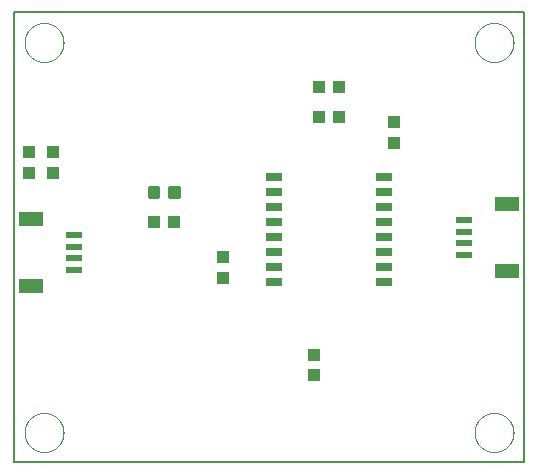
<source format=gtp>
G75*
%MOIN*%
%OFA0B0*%
%FSLAX25Y25*%
%IPPOS*%
%LPD*%
%AMOC8*
5,1,8,0,0,1.08239X$1,22.5*
%
%ADD10C,0.00800*%
%ADD11C,0.00000*%
%ADD12R,0.07874X0.04724*%
%ADD13R,0.05315X0.02362*%
%ADD14R,0.03937X0.04331*%
%ADD15R,0.05500X0.02550*%
%ADD16R,0.04331X0.03937*%
%ADD17C,0.01181*%
D10*
X0017370Y0015949D02*
X0017370Y0165949D01*
X0187370Y0165949D01*
X0187370Y0015949D01*
X0017370Y0015949D01*
D11*
X0020870Y0025949D02*
X0020872Y0026110D01*
X0020878Y0026270D01*
X0020888Y0026431D01*
X0020902Y0026591D01*
X0020920Y0026751D01*
X0020941Y0026910D01*
X0020967Y0027069D01*
X0020997Y0027227D01*
X0021030Y0027384D01*
X0021068Y0027541D01*
X0021109Y0027696D01*
X0021154Y0027850D01*
X0021203Y0028003D01*
X0021256Y0028155D01*
X0021312Y0028306D01*
X0021373Y0028455D01*
X0021436Y0028603D01*
X0021504Y0028749D01*
X0021575Y0028893D01*
X0021649Y0029035D01*
X0021727Y0029176D01*
X0021809Y0029314D01*
X0021894Y0029451D01*
X0021982Y0029585D01*
X0022074Y0029717D01*
X0022169Y0029847D01*
X0022267Y0029975D01*
X0022368Y0030100D01*
X0022472Y0030222D01*
X0022579Y0030342D01*
X0022689Y0030459D01*
X0022802Y0030574D01*
X0022918Y0030685D01*
X0023037Y0030794D01*
X0023158Y0030899D01*
X0023282Y0031002D01*
X0023408Y0031102D01*
X0023536Y0031198D01*
X0023667Y0031291D01*
X0023801Y0031381D01*
X0023936Y0031468D01*
X0024074Y0031551D01*
X0024213Y0031631D01*
X0024355Y0031707D01*
X0024498Y0031780D01*
X0024643Y0031849D01*
X0024790Y0031915D01*
X0024938Y0031977D01*
X0025088Y0032035D01*
X0025239Y0032090D01*
X0025392Y0032141D01*
X0025546Y0032188D01*
X0025701Y0032231D01*
X0025857Y0032270D01*
X0026013Y0032306D01*
X0026171Y0032337D01*
X0026329Y0032365D01*
X0026488Y0032389D01*
X0026648Y0032409D01*
X0026808Y0032425D01*
X0026968Y0032437D01*
X0027129Y0032445D01*
X0027290Y0032449D01*
X0027450Y0032449D01*
X0027611Y0032445D01*
X0027772Y0032437D01*
X0027932Y0032425D01*
X0028092Y0032409D01*
X0028252Y0032389D01*
X0028411Y0032365D01*
X0028569Y0032337D01*
X0028727Y0032306D01*
X0028883Y0032270D01*
X0029039Y0032231D01*
X0029194Y0032188D01*
X0029348Y0032141D01*
X0029501Y0032090D01*
X0029652Y0032035D01*
X0029802Y0031977D01*
X0029950Y0031915D01*
X0030097Y0031849D01*
X0030242Y0031780D01*
X0030385Y0031707D01*
X0030527Y0031631D01*
X0030666Y0031551D01*
X0030804Y0031468D01*
X0030939Y0031381D01*
X0031073Y0031291D01*
X0031204Y0031198D01*
X0031332Y0031102D01*
X0031458Y0031002D01*
X0031582Y0030899D01*
X0031703Y0030794D01*
X0031822Y0030685D01*
X0031938Y0030574D01*
X0032051Y0030459D01*
X0032161Y0030342D01*
X0032268Y0030222D01*
X0032372Y0030100D01*
X0032473Y0029975D01*
X0032571Y0029847D01*
X0032666Y0029717D01*
X0032758Y0029585D01*
X0032846Y0029451D01*
X0032931Y0029314D01*
X0033013Y0029176D01*
X0033091Y0029035D01*
X0033165Y0028893D01*
X0033236Y0028749D01*
X0033304Y0028603D01*
X0033367Y0028455D01*
X0033428Y0028306D01*
X0033484Y0028155D01*
X0033537Y0028003D01*
X0033586Y0027850D01*
X0033631Y0027696D01*
X0033672Y0027541D01*
X0033710Y0027384D01*
X0033743Y0027227D01*
X0033773Y0027069D01*
X0033799Y0026910D01*
X0033820Y0026751D01*
X0033838Y0026591D01*
X0033852Y0026431D01*
X0033862Y0026270D01*
X0033868Y0026110D01*
X0033870Y0025949D01*
X0033868Y0025788D01*
X0033862Y0025628D01*
X0033852Y0025467D01*
X0033838Y0025307D01*
X0033820Y0025147D01*
X0033799Y0024988D01*
X0033773Y0024829D01*
X0033743Y0024671D01*
X0033710Y0024514D01*
X0033672Y0024357D01*
X0033631Y0024202D01*
X0033586Y0024048D01*
X0033537Y0023895D01*
X0033484Y0023743D01*
X0033428Y0023592D01*
X0033367Y0023443D01*
X0033304Y0023295D01*
X0033236Y0023149D01*
X0033165Y0023005D01*
X0033091Y0022863D01*
X0033013Y0022722D01*
X0032931Y0022584D01*
X0032846Y0022447D01*
X0032758Y0022313D01*
X0032666Y0022181D01*
X0032571Y0022051D01*
X0032473Y0021923D01*
X0032372Y0021798D01*
X0032268Y0021676D01*
X0032161Y0021556D01*
X0032051Y0021439D01*
X0031938Y0021324D01*
X0031822Y0021213D01*
X0031703Y0021104D01*
X0031582Y0020999D01*
X0031458Y0020896D01*
X0031332Y0020796D01*
X0031204Y0020700D01*
X0031073Y0020607D01*
X0030939Y0020517D01*
X0030804Y0020430D01*
X0030666Y0020347D01*
X0030527Y0020267D01*
X0030385Y0020191D01*
X0030242Y0020118D01*
X0030097Y0020049D01*
X0029950Y0019983D01*
X0029802Y0019921D01*
X0029652Y0019863D01*
X0029501Y0019808D01*
X0029348Y0019757D01*
X0029194Y0019710D01*
X0029039Y0019667D01*
X0028883Y0019628D01*
X0028727Y0019592D01*
X0028569Y0019561D01*
X0028411Y0019533D01*
X0028252Y0019509D01*
X0028092Y0019489D01*
X0027932Y0019473D01*
X0027772Y0019461D01*
X0027611Y0019453D01*
X0027450Y0019449D01*
X0027290Y0019449D01*
X0027129Y0019453D01*
X0026968Y0019461D01*
X0026808Y0019473D01*
X0026648Y0019489D01*
X0026488Y0019509D01*
X0026329Y0019533D01*
X0026171Y0019561D01*
X0026013Y0019592D01*
X0025857Y0019628D01*
X0025701Y0019667D01*
X0025546Y0019710D01*
X0025392Y0019757D01*
X0025239Y0019808D01*
X0025088Y0019863D01*
X0024938Y0019921D01*
X0024790Y0019983D01*
X0024643Y0020049D01*
X0024498Y0020118D01*
X0024355Y0020191D01*
X0024213Y0020267D01*
X0024074Y0020347D01*
X0023936Y0020430D01*
X0023801Y0020517D01*
X0023667Y0020607D01*
X0023536Y0020700D01*
X0023408Y0020796D01*
X0023282Y0020896D01*
X0023158Y0020999D01*
X0023037Y0021104D01*
X0022918Y0021213D01*
X0022802Y0021324D01*
X0022689Y0021439D01*
X0022579Y0021556D01*
X0022472Y0021676D01*
X0022368Y0021798D01*
X0022267Y0021923D01*
X0022169Y0022051D01*
X0022074Y0022181D01*
X0021982Y0022313D01*
X0021894Y0022447D01*
X0021809Y0022584D01*
X0021727Y0022722D01*
X0021649Y0022863D01*
X0021575Y0023005D01*
X0021504Y0023149D01*
X0021436Y0023295D01*
X0021373Y0023443D01*
X0021312Y0023592D01*
X0021256Y0023743D01*
X0021203Y0023895D01*
X0021154Y0024048D01*
X0021109Y0024202D01*
X0021068Y0024357D01*
X0021030Y0024514D01*
X0020997Y0024671D01*
X0020967Y0024829D01*
X0020941Y0024988D01*
X0020920Y0025147D01*
X0020902Y0025307D01*
X0020888Y0025467D01*
X0020878Y0025628D01*
X0020872Y0025788D01*
X0020870Y0025949D01*
X0020870Y0155949D02*
X0020872Y0156110D01*
X0020878Y0156270D01*
X0020888Y0156431D01*
X0020902Y0156591D01*
X0020920Y0156751D01*
X0020941Y0156910D01*
X0020967Y0157069D01*
X0020997Y0157227D01*
X0021030Y0157384D01*
X0021068Y0157541D01*
X0021109Y0157696D01*
X0021154Y0157850D01*
X0021203Y0158003D01*
X0021256Y0158155D01*
X0021312Y0158306D01*
X0021373Y0158455D01*
X0021436Y0158603D01*
X0021504Y0158749D01*
X0021575Y0158893D01*
X0021649Y0159035D01*
X0021727Y0159176D01*
X0021809Y0159314D01*
X0021894Y0159451D01*
X0021982Y0159585D01*
X0022074Y0159717D01*
X0022169Y0159847D01*
X0022267Y0159975D01*
X0022368Y0160100D01*
X0022472Y0160222D01*
X0022579Y0160342D01*
X0022689Y0160459D01*
X0022802Y0160574D01*
X0022918Y0160685D01*
X0023037Y0160794D01*
X0023158Y0160899D01*
X0023282Y0161002D01*
X0023408Y0161102D01*
X0023536Y0161198D01*
X0023667Y0161291D01*
X0023801Y0161381D01*
X0023936Y0161468D01*
X0024074Y0161551D01*
X0024213Y0161631D01*
X0024355Y0161707D01*
X0024498Y0161780D01*
X0024643Y0161849D01*
X0024790Y0161915D01*
X0024938Y0161977D01*
X0025088Y0162035D01*
X0025239Y0162090D01*
X0025392Y0162141D01*
X0025546Y0162188D01*
X0025701Y0162231D01*
X0025857Y0162270D01*
X0026013Y0162306D01*
X0026171Y0162337D01*
X0026329Y0162365D01*
X0026488Y0162389D01*
X0026648Y0162409D01*
X0026808Y0162425D01*
X0026968Y0162437D01*
X0027129Y0162445D01*
X0027290Y0162449D01*
X0027450Y0162449D01*
X0027611Y0162445D01*
X0027772Y0162437D01*
X0027932Y0162425D01*
X0028092Y0162409D01*
X0028252Y0162389D01*
X0028411Y0162365D01*
X0028569Y0162337D01*
X0028727Y0162306D01*
X0028883Y0162270D01*
X0029039Y0162231D01*
X0029194Y0162188D01*
X0029348Y0162141D01*
X0029501Y0162090D01*
X0029652Y0162035D01*
X0029802Y0161977D01*
X0029950Y0161915D01*
X0030097Y0161849D01*
X0030242Y0161780D01*
X0030385Y0161707D01*
X0030527Y0161631D01*
X0030666Y0161551D01*
X0030804Y0161468D01*
X0030939Y0161381D01*
X0031073Y0161291D01*
X0031204Y0161198D01*
X0031332Y0161102D01*
X0031458Y0161002D01*
X0031582Y0160899D01*
X0031703Y0160794D01*
X0031822Y0160685D01*
X0031938Y0160574D01*
X0032051Y0160459D01*
X0032161Y0160342D01*
X0032268Y0160222D01*
X0032372Y0160100D01*
X0032473Y0159975D01*
X0032571Y0159847D01*
X0032666Y0159717D01*
X0032758Y0159585D01*
X0032846Y0159451D01*
X0032931Y0159314D01*
X0033013Y0159176D01*
X0033091Y0159035D01*
X0033165Y0158893D01*
X0033236Y0158749D01*
X0033304Y0158603D01*
X0033367Y0158455D01*
X0033428Y0158306D01*
X0033484Y0158155D01*
X0033537Y0158003D01*
X0033586Y0157850D01*
X0033631Y0157696D01*
X0033672Y0157541D01*
X0033710Y0157384D01*
X0033743Y0157227D01*
X0033773Y0157069D01*
X0033799Y0156910D01*
X0033820Y0156751D01*
X0033838Y0156591D01*
X0033852Y0156431D01*
X0033862Y0156270D01*
X0033868Y0156110D01*
X0033870Y0155949D01*
X0033868Y0155788D01*
X0033862Y0155628D01*
X0033852Y0155467D01*
X0033838Y0155307D01*
X0033820Y0155147D01*
X0033799Y0154988D01*
X0033773Y0154829D01*
X0033743Y0154671D01*
X0033710Y0154514D01*
X0033672Y0154357D01*
X0033631Y0154202D01*
X0033586Y0154048D01*
X0033537Y0153895D01*
X0033484Y0153743D01*
X0033428Y0153592D01*
X0033367Y0153443D01*
X0033304Y0153295D01*
X0033236Y0153149D01*
X0033165Y0153005D01*
X0033091Y0152863D01*
X0033013Y0152722D01*
X0032931Y0152584D01*
X0032846Y0152447D01*
X0032758Y0152313D01*
X0032666Y0152181D01*
X0032571Y0152051D01*
X0032473Y0151923D01*
X0032372Y0151798D01*
X0032268Y0151676D01*
X0032161Y0151556D01*
X0032051Y0151439D01*
X0031938Y0151324D01*
X0031822Y0151213D01*
X0031703Y0151104D01*
X0031582Y0150999D01*
X0031458Y0150896D01*
X0031332Y0150796D01*
X0031204Y0150700D01*
X0031073Y0150607D01*
X0030939Y0150517D01*
X0030804Y0150430D01*
X0030666Y0150347D01*
X0030527Y0150267D01*
X0030385Y0150191D01*
X0030242Y0150118D01*
X0030097Y0150049D01*
X0029950Y0149983D01*
X0029802Y0149921D01*
X0029652Y0149863D01*
X0029501Y0149808D01*
X0029348Y0149757D01*
X0029194Y0149710D01*
X0029039Y0149667D01*
X0028883Y0149628D01*
X0028727Y0149592D01*
X0028569Y0149561D01*
X0028411Y0149533D01*
X0028252Y0149509D01*
X0028092Y0149489D01*
X0027932Y0149473D01*
X0027772Y0149461D01*
X0027611Y0149453D01*
X0027450Y0149449D01*
X0027290Y0149449D01*
X0027129Y0149453D01*
X0026968Y0149461D01*
X0026808Y0149473D01*
X0026648Y0149489D01*
X0026488Y0149509D01*
X0026329Y0149533D01*
X0026171Y0149561D01*
X0026013Y0149592D01*
X0025857Y0149628D01*
X0025701Y0149667D01*
X0025546Y0149710D01*
X0025392Y0149757D01*
X0025239Y0149808D01*
X0025088Y0149863D01*
X0024938Y0149921D01*
X0024790Y0149983D01*
X0024643Y0150049D01*
X0024498Y0150118D01*
X0024355Y0150191D01*
X0024213Y0150267D01*
X0024074Y0150347D01*
X0023936Y0150430D01*
X0023801Y0150517D01*
X0023667Y0150607D01*
X0023536Y0150700D01*
X0023408Y0150796D01*
X0023282Y0150896D01*
X0023158Y0150999D01*
X0023037Y0151104D01*
X0022918Y0151213D01*
X0022802Y0151324D01*
X0022689Y0151439D01*
X0022579Y0151556D01*
X0022472Y0151676D01*
X0022368Y0151798D01*
X0022267Y0151923D01*
X0022169Y0152051D01*
X0022074Y0152181D01*
X0021982Y0152313D01*
X0021894Y0152447D01*
X0021809Y0152584D01*
X0021727Y0152722D01*
X0021649Y0152863D01*
X0021575Y0153005D01*
X0021504Y0153149D01*
X0021436Y0153295D01*
X0021373Y0153443D01*
X0021312Y0153592D01*
X0021256Y0153743D01*
X0021203Y0153895D01*
X0021154Y0154048D01*
X0021109Y0154202D01*
X0021068Y0154357D01*
X0021030Y0154514D01*
X0020997Y0154671D01*
X0020967Y0154829D01*
X0020941Y0154988D01*
X0020920Y0155147D01*
X0020902Y0155307D01*
X0020888Y0155467D01*
X0020878Y0155628D01*
X0020872Y0155788D01*
X0020870Y0155949D01*
X0170870Y0155949D02*
X0170872Y0156110D01*
X0170878Y0156270D01*
X0170888Y0156431D01*
X0170902Y0156591D01*
X0170920Y0156751D01*
X0170941Y0156910D01*
X0170967Y0157069D01*
X0170997Y0157227D01*
X0171030Y0157384D01*
X0171068Y0157541D01*
X0171109Y0157696D01*
X0171154Y0157850D01*
X0171203Y0158003D01*
X0171256Y0158155D01*
X0171312Y0158306D01*
X0171373Y0158455D01*
X0171436Y0158603D01*
X0171504Y0158749D01*
X0171575Y0158893D01*
X0171649Y0159035D01*
X0171727Y0159176D01*
X0171809Y0159314D01*
X0171894Y0159451D01*
X0171982Y0159585D01*
X0172074Y0159717D01*
X0172169Y0159847D01*
X0172267Y0159975D01*
X0172368Y0160100D01*
X0172472Y0160222D01*
X0172579Y0160342D01*
X0172689Y0160459D01*
X0172802Y0160574D01*
X0172918Y0160685D01*
X0173037Y0160794D01*
X0173158Y0160899D01*
X0173282Y0161002D01*
X0173408Y0161102D01*
X0173536Y0161198D01*
X0173667Y0161291D01*
X0173801Y0161381D01*
X0173936Y0161468D01*
X0174074Y0161551D01*
X0174213Y0161631D01*
X0174355Y0161707D01*
X0174498Y0161780D01*
X0174643Y0161849D01*
X0174790Y0161915D01*
X0174938Y0161977D01*
X0175088Y0162035D01*
X0175239Y0162090D01*
X0175392Y0162141D01*
X0175546Y0162188D01*
X0175701Y0162231D01*
X0175857Y0162270D01*
X0176013Y0162306D01*
X0176171Y0162337D01*
X0176329Y0162365D01*
X0176488Y0162389D01*
X0176648Y0162409D01*
X0176808Y0162425D01*
X0176968Y0162437D01*
X0177129Y0162445D01*
X0177290Y0162449D01*
X0177450Y0162449D01*
X0177611Y0162445D01*
X0177772Y0162437D01*
X0177932Y0162425D01*
X0178092Y0162409D01*
X0178252Y0162389D01*
X0178411Y0162365D01*
X0178569Y0162337D01*
X0178727Y0162306D01*
X0178883Y0162270D01*
X0179039Y0162231D01*
X0179194Y0162188D01*
X0179348Y0162141D01*
X0179501Y0162090D01*
X0179652Y0162035D01*
X0179802Y0161977D01*
X0179950Y0161915D01*
X0180097Y0161849D01*
X0180242Y0161780D01*
X0180385Y0161707D01*
X0180527Y0161631D01*
X0180666Y0161551D01*
X0180804Y0161468D01*
X0180939Y0161381D01*
X0181073Y0161291D01*
X0181204Y0161198D01*
X0181332Y0161102D01*
X0181458Y0161002D01*
X0181582Y0160899D01*
X0181703Y0160794D01*
X0181822Y0160685D01*
X0181938Y0160574D01*
X0182051Y0160459D01*
X0182161Y0160342D01*
X0182268Y0160222D01*
X0182372Y0160100D01*
X0182473Y0159975D01*
X0182571Y0159847D01*
X0182666Y0159717D01*
X0182758Y0159585D01*
X0182846Y0159451D01*
X0182931Y0159314D01*
X0183013Y0159176D01*
X0183091Y0159035D01*
X0183165Y0158893D01*
X0183236Y0158749D01*
X0183304Y0158603D01*
X0183367Y0158455D01*
X0183428Y0158306D01*
X0183484Y0158155D01*
X0183537Y0158003D01*
X0183586Y0157850D01*
X0183631Y0157696D01*
X0183672Y0157541D01*
X0183710Y0157384D01*
X0183743Y0157227D01*
X0183773Y0157069D01*
X0183799Y0156910D01*
X0183820Y0156751D01*
X0183838Y0156591D01*
X0183852Y0156431D01*
X0183862Y0156270D01*
X0183868Y0156110D01*
X0183870Y0155949D01*
X0183868Y0155788D01*
X0183862Y0155628D01*
X0183852Y0155467D01*
X0183838Y0155307D01*
X0183820Y0155147D01*
X0183799Y0154988D01*
X0183773Y0154829D01*
X0183743Y0154671D01*
X0183710Y0154514D01*
X0183672Y0154357D01*
X0183631Y0154202D01*
X0183586Y0154048D01*
X0183537Y0153895D01*
X0183484Y0153743D01*
X0183428Y0153592D01*
X0183367Y0153443D01*
X0183304Y0153295D01*
X0183236Y0153149D01*
X0183165Y0153005D01*
X0183091Y0152863D01*
X0183013Y0152722D01*
X0182931Y0152584D01*
X0182846Y0152447D01*
X0182758Y0152313D01*
X0182666Y0152181D01*
X0182571Y0152051D01*
X0182473Y0151923D01*
X0182372Y0151798D01*
X0182268Y0151676D01*
X0182161Y0151556D01*
X0182051Y0151439D01*
X0181938Y0151324D01*
X0181822Y0151213D01*
X0181703Y0151104D01*
X0181582Y0150999D01*
X0181458Y0150896D01*
X0181332Y0150796D01*
X0181204Y0150700D01*
X0181073Y0150607D01*
X0180939Y0150517D01*
X0180804Y0150430D01*
X0180666Y0150347D01*
X0180527Y0150267D01*
X0180385Y0150191D01*
X0180242Y0150118D01*
X0180097Y0150049D01*
X0179950Y0149983D01*
X0179802Y0149921D01*
X0179652Y0149863D01*
X0179501Y0149808D01*
X0179348Y0149757D01*
X0179194Y0149710D01*
X0179039Y0149667D01*
X0178883Y0149628D01*
X0178727Y0149592D01*
X0178569Y0149561D01*
X0178411Y0149533D01*
X0178252Y0149509D01*
X0178092Y0149489D01*
X0177932Y0149473D01*
X0177772Y0149461D01*
X0177611Y0149453D01*
X0177450Y0149449D01*
X0177290Y0149449D01*
X0177129Y0149453D01*
X0176968Y0149461D01*
X0176808Y0149473D01*
X0176648Y0149489D01*
X0176488Y0149509D01*
X0176329Y0149533D01*
X0176171Y0149561D01*
X0176013Y0149592D01*
X0175857Y0149628D01*
X0175701Y0149667D01*
X0175546Y0149710D01*
X0175392Y0149757D01*
X0175239Y0149808D01*
X0175088Y0149863D01*
X0174938Y0149921D01*
X0174790Y0149983D01*
X0174643Y0150049D01*
X0174498Y0150118D01*
X0174355Y0150191D01*
X0174213Y0150267D01*
X0174074Y0150347D01*
X0173936Y0150430D01*
X0173801Y0150517D01*
X0173667Y0150607D01*
X0173536Y0150700D01*
X0173408Y0150796D01*
X0173282Y0150896D01*
X0173158Y0150999D01*
X0173037Y0151104D01*
X0172918Y0151213D01*
X0172802Y0151324D01*
X0172689Y0151439D01*
X0172579Y0151556D01*
X0172472Y0151676D01*
X0172368Y0151798D01*
X0172267Y0151923D01*
X0172169Y0152051D01*
X0172074Y0152181D01*
X0171982Y0152313D01*
X0171894Y0152447D01*
X0171809Y0152584D01*
X0171727Y0152722D01*
X0171649Y0152863D01*
X0171575Y0153005D01*
X0171504Y0153149D01*
X0171436Y0153295D01*
X0171373Y0153443D01*
X0171312Y0153592D01*
X0171256Y0153743D01*
X0171203Y0153895D01*
X0171154Y0154048D01*
X0171109Y0154202D01*
X0171068Y0154357D01*
X0171030Y0154514D01*
X0170997Y0154671D01*
X0170967Y0154829D01*
X0170941Y0154988D01*
X0170920Y0155147D01*
X0170902Y0155307D01*
X0170888Y0155467D01*
X0170878Y0155628D01*
X0170872Y0155788D01*
X0170870Y0155949D01*
X0170870Y0025949D02*
X0170872Y0026110D01*
X0170878Y0026270D01*
X0170888Y0026431D01*
X0170902Y0026591D01*
X0170920Y0026751D01*
X0170941Y0026910D01*
X0170967Y0027069D01*
X0170997Y0027227D01*
X0171030Y0027384D01*
X0171068Y0027541D01*
X0171109Y0027696D01*
X0171154Y0027850D01*
X0171203Y0028003D01*
X0171256Y0028155D01*
X0171312Y0028306D01*
X0171373Y0028455D01*
X0171436Y0028603D01*
X0171504Y0028749D01*
X0171575Y0028893D01*
X0171649Y0029035D01*
X0171727Y0029176D01*
X0171809Y0029314D01*
X0171894Y0029451D01*
X0171982Y0029585D01*
X0172074Y0029717D01*
X0172169Y0029847D01*
X0172267Y0029975D01*
X0172368Y0030100D01*
X0172472Y0030222D01*
X0172579Y0030342D01*
X0172689Y0030459D01*
X0172802Y0030574D01*
X0172918Y0030685D01*
X0173037Y0030794D01*
X0173158Y0030899D01*
X0173282Y0031002D01*
X0173408Y0031102D01*
X0173536Y0031198D01*
X0173667Y0031291D01*
X0173801Y0031381D01*
X0173936Y0031468D01*
X0174074Y0031551D01*
X0174213Y0031631D01*
X0174355Y0031707D01*
X0174498Y0031780D01*
X0174643Y0031849D01*
X0174790Y0031915D01*
X0174938Y0031977D01*
X0175088Y0032035D01*
X0175239Y0032090D01*
X0175392Y0032141D01*
X0175546Y0032188D01*
X0175701Y0032231D01*
X0175857Y0032270D01*
X0176013Y0032306D01*
X0176171Y0032337D01*
X0176329Y0032365D01*
X0176488Y0032389D01*
X0176648Y0032409D01*
X0176808Y0032425D01*
X0176968Y0032437D01*
X0177129Y0032445D01*
X0177290Y0032449D01*
X0177450Y0032449D01*
X0177611Y0032445D01*
X0177772Y0032437D01*
X0177932Y0032425D01*
X0178092Y0032409D01*
X0178252Y0032389D01*
X0178411Y0032365D01*
X0178569Y0032337D01*
X0178727Y0032306D01*
X0178883Y0032270D01*
X0179039Y0032231D01*
X0179194Y0032188D01*
X0179348Y0032141D01*
X0179501Y0032090D01*
X0179652Y0032035D01*
X0179802Y0031977D01*
X0179950Y0031915D01*
X0180097Y0031849D01*
X0180242Y0031780D01*
X0180385Y0031707D01*
X0180527Y0031631D01*
X0180666Y0031551D01*
X0180804Y0031468D01*
X0180939Y0031381D01*
X0181073Y0031291D01*
X0181204Y0031198D01*
X0181332Y0031102D01*
X0181458Y0031002D01*
X0181582Y0030899D01*
X0181703Y0030794D01*
X0181822Y0030685D01*
X0181938Y0030574D01*
X0182051Y0030459D01*
X0182161Y0030342D01*
X0182268Y0030222D01*
X0182372Y0030100D01*
X0182473Y0029975D01*
X0182571Y0029847D01*
X0182666Y0029717D01*
X0182758Y0029585D01*
X0182846Y0029451D01*
X0182931Y0029314D01*
X0183013Y0029176D01*
X0183091Y0029035D01*
X0183165Y0028893D01*
X0183236Y0028749D01*
X0183304Y0028603D01*
X0183367Y0028455D01*
X0183428Y0028306D01*
X0183484Y0028155D01*
X0183537Y0028003D01*
X0183586Y0027850D01*
X0183631Y0027696D01*
X0183672Y0027541D01*
X0183710Y0027384D01*
X0183743Y0027227D01*
X0183773Y0027069D01*
X0183799Y0026910D01*
X0183820Y0026751D01*
X0183838Y0026591D01*
X0183852Y0026431D01*
X0183862Y0026270D01*
X0183868Y0026110D01*
X0183870Y0025949D01*
X0183868Y0025788D01*
X0183862Y0025628D01*
X0183852Y0025467D01*
X0183838Y0025307D01*
X0183820Y0025147D01*
X0183799Y0024988D01*
X0183773Y0024829D01*
X0183743Y0024671D01*
X0183710Y0024514D01*
X0183672Y0024357D01*
X0183631Y0024202D01*
X0183586Y0024048D01*
X0183537Y0023895D01*
X0183484Y0023743D01*
X0183428Y0023592D01*
X0183367Y0023443D01*
X0183304Y0023295D01*
X0183236Y0023149D01*
X0183165Y0023005D01*
X0183091Y0022863D01*
X0183013Y0022722D01*
X0182931Y0022584D01*
X0182846Y0022447D01*
X0182758Y0022313D01*
X0182666Y0022181D01*
X0182571Y0022051D01*
X0182473Y0021923D01*
X0182372Y0021798D01*
X0182268Y0021676D01*
X0182161Y0021556D01*
X0182051Y0021439D01*
X0181938Y0021324D01*
X0181822Y0021213D01*
X0181703Y0021104D01*
X0181582Y0020999D01*
X0181458Y0020896D01*
X0181332Y0020796D01*
X0181204Y0020700D01*
X0181073Y0020607D01*
X0180939Y0020517D01*
X0180804Y0020430D01*
X0180666Y0020347D01*
X0180527Y0020267D01*
X0180385Y0020191D01*
X0180242Y0020118D01*
X0180097Y0020049D01*
X0179950Y0019983D01*
X0179802Y0019921D01*
X0179652Y0019863D01*
X0179501Y0019808D01*
X0179348Y0019757D01*
X0179194Y0019710D01*
X0179039Y0019667D01*
X0178883Y0019628D01*
X0178727Y0019592D01*
X0178569Y0019561D01*
X0178411Y0019533D01*
X0178252Y0019509D01*
X0178092Y0019489D01*
X0177932Y0019473D01*
X0177772Y0019461D01*
X0177611Y0019453D01*
X0177450Y0019449D01*
X0177290Y0019449D01*
X0177129Y0019453D01*
X0176968Y0019461D01*
X0176808Y0019473D01*
X0176648Y0019489D01*
X0176488Y0019509D01*
X0176329Y0019533D01*
X0176171Y0019561D01*
X0176013Y0019592D01*
X0175857Y0019628D01*
X0175701Y0019667D01*
X0175546Y0019710D01*
X0175392Y0019757D01*
X0175239Y0019808D01*
X0175088Y0019863D01*
X0174938Y0019921D01*
X0174790Y0019983D01*
X0174643Y0020049D01*
X0174498Y0020118D01*
X0174355Y0020191D01*
X0174213Y0020267D01*
X0174074Y0020347D01*
X0173936Y0020430D01*
X0173801Y0020517D01*
X0173667Y0020607D01*
X0173536Y0020700D01*
X0173408Y0020796D01*
X0173282Y0020896D01*
X0173158Y0020999D01*
X0173037Y0021104D01*
X0172918Y0021213D01*
X0172802Y0021324D01*
X0172689Y0021439D01*
X0172579Y0021556D01*
X0172472Y0021676D01*
X0172368Y0021798D01*
X0172267Y0021923D01*
X0172169Y0022051D01*
X0172074Y0022181D01*
X0171982Y0022313D01*
X0171894Y0022447D01*
X0171809Y0022584D01*
X0171727Y0022722D01*
X0171649Y0022863D01*
X0171575Y0023005D01*
X0171504Y0023149D01*
X0171436Y0023295D01*
X0171373Y0023443D01*
X0171312Y0023592D01*
X0171256Y0023743D01*
X0171203Y0023895D01*
X0171154Y0024048D01*
X0171109Y0024202D01*
X0171068Y0024357D01*
X0171030Y0024514D01*
X0170997Y0024671D01*
X0170967Y0024829D01*
X0170941Y0024988D01*
X0170920Y0025147D01*
X0170902Y0025307D01*
X0170888Y0025467D01*
X0170878Y0025628D01*
X0170872Y0025788D01*
X0170870Y0025949D01*
D12*
X0181839Y0079925D03*
X0181839Y0101972D03*
X0022902Y0096972D03*
X0022902Y0074925D03*
D13*
X0037370Y0080043D03*
X0037370Y0083980D03*
X0037370Y0087917D03*
X0037370Y0091854D03*
X0167370Y0092917D03*
X0167370Y0096854D03*
X0167370Y0088980D03*
X0167370Y0085043D03*
D14*
X0143900Y0122602D03*
X0143900Y0129295D03*
X0086870Y0084295D03*
X0086870Y0077602D03*
X0117370Y0051795D03*
X0117370Y0045102D03*
X0030370Y0112602D03*
X0030370Y0119295D03*
X0022370Y0119295D03*
X0022370Y0112602D03*
D15*
X0104063Y0110949D03*
X0104063Y0105949D03*
X0104063Y0100949D03*
X0104063Y0095949D03*
X0104063Y0090949D03*
X0104063Y0085949D03*
X0104063Y0080949D03*
X0104063Y0075949D03*
X0140677Y0075949D03*
X0140677Y0080949D03*
X0140677Y0085949D03*
X0140677Y0090949D03*
X0140677Y0095949D03*
X0140677Y0100949D03*
X0140677Y0105949D03*
X0140677Y0110949D03*
D16*
X0125717Y0130949D03*
X0119024Y0130949D03*
X0119024Y0140949D03*
X0125717Y0140949D03*
X0070717Y0095949D03*
X0064024Y0095949D03*
D17*
X0062539Y0104571D02*
X0062539Y0107327D01*
X0065295Y0107327D01*
X0065295Y0104571D01*
X0062539Y0104571D01*
X0062539Y0105693D02*
X0065295Y0105693D01*
X0065295Y0106815D02*
X0062539Y0106815D01*
X0069445Y0107327D02*
X0069445Y0104571D01*
X0069445Y0107327D02*
X0072201Y0107327D01*
X0072201Y0104571D01*
X0069445Y0104571D01*
X0069445Y0105693D02*
X0072201Y0105693D01*
X0072201Y0106815D02*
X0069445Y0106815D01*
M02*

</source>
